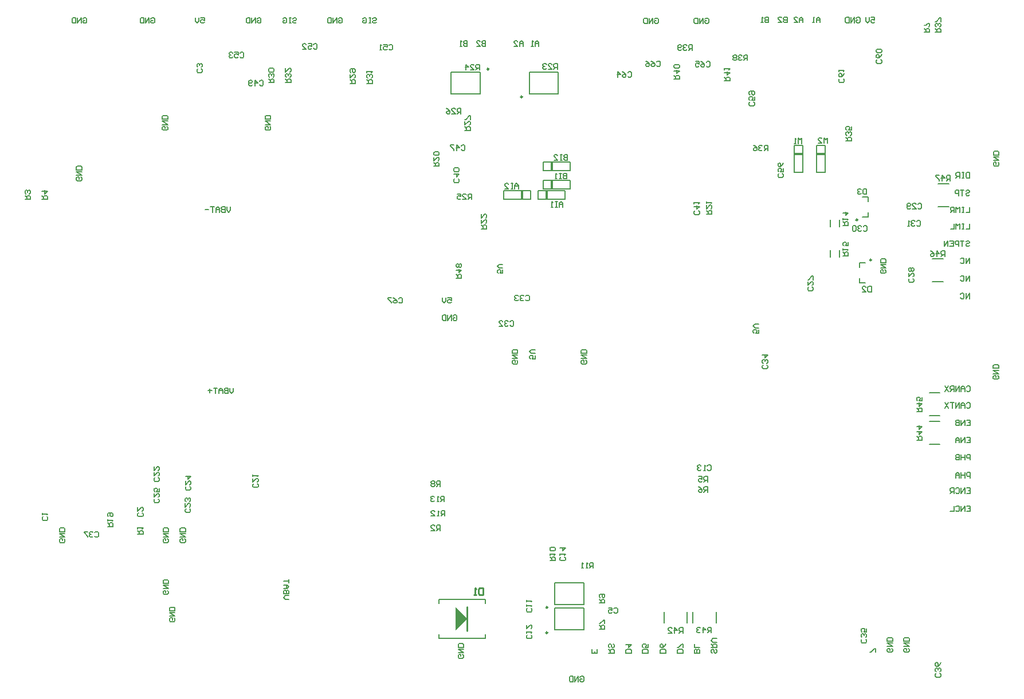
<source format=gbo>
G04*
G04 #@! TF.GenerationSoftware,Altium Limited,Altium Designer,19.0.10 (269)*
G04*
G04 Layer_Color=32896*
%FSLAX43Y43*%
%MOMM*%
G71*
G01*
G75*
%ADD10C,0.250*%
%ADD11C,0.127*%
%ADD12C,0.200*%
%ADD15C,0.180*%
%ADD16C,0.254*%
%ADD18R,0.400X1.300*%
%ADD161R,1.300X0.400*%
G36*
X120950Y62000D02*
X119200Y60250D01*
Y63750D01*
X119200D01*
X120950Y62000D01*
D02*
G37*
D10*
X178615Y121020D02*
G03*
X178615Y121020I-125J0D01*
G01*
X124125Y143300D02*
G03*
X124125Y143300I-125J0D01*
G01*
X129075Y139200D02*
G03*
X129075Y139200I-125J0D01*
G01*
X180675Y115080D02*
G03*
X180675Y115080I-125J0D01*
G01*
X132825Y63700D02*
G03*
X132825Y63700I-125J0D01*
G01*
Y59950D02*
G03*
X132825Y59950I-125J0D01*
G01*
X123250Y66550D02*
Y65550D01*
X122750D01*
X122584Y65717D01*
Y66383D01*
X122750Y66550D01*
X123250D01*
X122250Y65550D02*
X121917D01*
X122084D01*
Y66550D01*
X122250Y66383D01*
D11*
X173865Y128050D02*
Y132050D01*
X172565Y128050D02*
X173865D01*
X172565D02*
Y132050D01*
X173865D01*
X190500Y122980D02*
X192100D01*
X190500Y126380D02*
X192100D01*
X131400Y124050D02*
Y125350D01*
Y124050D02*
X135400D01*
Y125350D01*
X131400D02*
X135400D01*
X130350Y124050D02*
Y125350D01*
X126350D02*
X130350D01*
X126350Y124050D02*
Y125350D01*
Y124050D02*
X130350D01*
X132173Y128300D02*
Y129600D01*
Y128300D02*
X136173D01*
Y129600D01*
X132173D02*
X136173D01*
X132173Y125550D02*
Y126850D01*
Y125550D02*
X136173D01*
Y126850D01*
X132173D02*
X136173D01*
X169225Y132050D02*
X170525D01*
X169225Y128050D02*
Y132050D01*
Y128050D02*
X170525D01*
Y132050D01*
X189700Y115279D02*
X191300D01*
X189700Y111879D02*
X191300D01*
X189200Y95450D02*
X190800D01*
X189200Y92050D02*
X190800D01*
X189200Y91200D02*
X190800D01*
X189200Y87800D02*
X190800D01*
X157700Y61450D02*
Y63050D01*
X154300Y61450D02*
Y63050D01*
X153450Y61450D02*
Y63050D01*
X150050Y61450D02*
Y63050D01*
D12*
X116770Y64920D02*
X123630D01*
X116770Y64305D02*
Y64920D01*
X123630Y64305D02*
Y64920D01*
X116770Y59080D02*
X123630D01*
Y59695D01*
X116770Y59080D02*
Y59695D01*
X180140Y123720D02*
Y124380D01*
X179325D02*
X180140D01*
Y121460D02*
Y122120D01*
X179325Y121460D02*
X180140D01*
X175925Y115500D02*
Y116500D01*
X174575Y115500D02*
Y116500D01*
X122850Y139650D02*
Y142850D01*
X118550Y139650D02*
X122850D01*
X118550D02*
Y142850D01*
X122850D01*
X130100Y139650D02*
X134400D01*
Y142850D01*
X130100D02*
X134400D01*
X130100Y139650D02*
Y142850D01*
X174575Y120000D02*
Y121000D01*
X175925Y120000D02*
Y121000D01*
X178900Y114640D02*
X179715D01*
X178900Y113980D02*
Y114640D01*
Y111720D02*
X179715D01*
X178900D02*
Y112380D01*
X133850Y64150D02*
X138150D01*
Y67350D01*
X133850D02*
X138150D01*
X133850Y64150D02*
Y67350D01*
Y60400D02*
X138150D01*
Y63600D01*
X133850D02*
X138150D01*
X133850Y60400D02*
Y63600D01*
D15*
X181250Y57100D02*
Y57633D01*
X181116D01*
X180583Y57100D01*
X180450D01*
X195150Y109350D02*
Y110150D01*
X194617Y109350D01*
Y110150D01*
X193817Y110016D02*
X193950Y110150D01*
X194217D01*
X194350Y110016D01*
Y109483D01*
X194217Y109350D01*
X193950D01*
X193817Y109483D01*
X195150Y111950D02*
Y112750D01*
X194617Y111950D01*
Y112750D01*
X193817Y112616D02*
X193950Y112750D01*
X194217D01*
X194350Y112616D01*
Y112083D01*
X194217Y111950D01*
X193950D01*
X193817Y112083D01*
X195150Y114550D02*
Y115350D01*
X194617Y114550D01*
Y115350D01*
X193817Y115216D02*
X193950Y115350D01*
X194217D01*
X194350Y115216D01*
Y114683D01*
X194217Y114550D01*
X193950D01*
X193817Y114683D01*
X195150Y128000D02*
Y127200D01*
X194750D01*
X194617Y127333D01*
Y127866D01*
X194750Y128000D01*
X195150D01*
X194350D02*
X194084D01*
X194217D01*
Y127200D01*
X194350D01*
X194084D01*
X193684D02*
Y128000D01*
X193284D01*
X193151Y127866D01*
Y127600D01*
X193284Y127467D01*
X193684D01*
X193417D02*
X193151Y127200D01*
X194617Y125266D02*
X194750Y125400D01*
X195017D01*
X195150Y125266D01*
Y125133D01*
X195017Y125000D01*
X194750D01*
X194617Y124867D01*
Y124733D01*
X194750Y124600D01*
X195017D01*
X195150Y124733D01*
X194350Y125400D02*
X193817D01*
X194084D01*
Y124600D01*
X193551D02*
Y125400D01*
X193151D01*
X193017Y125266D01*
Y125000D01*
X193151Y124867D01*
X193551D01*
X195150Y122900D02*
Y122100D01*
X194617D01*
X194350Y122900D02*
X194084D01*
X194217D01*
Y122100D01*
X194350D01*
X194084D01*
X193684D02*
Y122900D01*
X193417Y122633D01*
X193151Y122900D01*
Y122100D01*
X192884D02*
Y122900D01*
X192484D01*
X192351Y122766D01*
Y122500D01*
X192484Y122367D01*
X192884D01*
X192617D02*
X192351Y122100D01*
X195150Y120450D02*
Y119650D01*
X194617D01*
X194350Y120450D02*
X194084D01*
X194217D01*
Y119650D01*
X194350D01*
X194084D01*
X193684D02*
Y120450D01*
X193417Y120183D01*
X193151Y120450D01*
Y119650D01*
X192884Y120450D02*
Y119650D01*
X192351D01*
X194617Y117766D02*
X194750Y117900D01*
X195017D01*
X195150Y117766D01*
Y117633D01*
X195017Y117500D01*
X194750D01*
X194617Y117367D01*
Y117233D01*
X194750Y117100D01*
X195017D01*
X195150Y117233D01*
X194350Y117900D02*
X193817D01*
X194084D01*
Y117100D01*
X193551D02*
Y117900D01*
X193151D01*
X193017Y117766D01*
Y117500D01*
X193151Y117367D01*
X193551D01*
X192218Y117900D02*
X192751D01*
Y117100D01*
X192218D01*
X192751Y117500D02*
X192484D01*
X191951Y117100D02*
Y117900D01*
X191418Y117100D01*
Y117900D01*
X194717Y96316D02*
X194850Y96450D01*
X195117D01*
X195250Y96316D01*
Y95783D01*
X195117Y95650D01*
X194850D01*
X194717Y95783D01*
X194450Y95650D02*
Y96183D01*
X194184Y96450D01*
X193917Y96183D01*
Y95650D01*
Y96050D01*
X194450D01*
X193651Y95650D02*
Y96450D01*
X193117Y95650D01*
Y96450D01*
X192851Y95650D02*
Y96450D01*
X192451D01*
X192318Y96316D01*
Y96050D01*
X192451Y95917D01*
X192851D01*
X192584D02*
X192318Y95650D01*
X192051Y96450D02*
X191518Y95650D01*
Y96450D02*
X192051Y95650D01*
X194717Y93866D02*
X194850Y94000D01*
X195117D01*
X195250Y93866D01*
Y93333D01*
X195117Y93200D01*
X194850D01*
X194717Y93333D01*
X194450Y93200D02*
Y93733D01*
X194184Y94000D01*
X193917Y93733D01*
Y93200D01*
Y93600D01*
X194450D01*
X193651Y93200D02*
Y94000D01*
X193117Y93200D01*
Y94000D01*
X192851D02*
X192318D01*
X192584D01*
Y93200D01*
X192051Y94000D02*
X191518Y93200D01*
Y94000D02*
X192051Y93200D01*
X194717Y91400D02*
X195250D01*
Y90600D01*
X194717D01*
X195250Y91000D02*
X194983D01*
X194450Y90600D02*
Y91400D01*
X193917Y90600D01*
Y91400D01*
X193651D02*
Y90600D01*
X193251D01*
X193117Y90733D01*
Y90867D01*
X193251Y91000D01*
X193651D01*
X193251D01*
X193117Y91133D01*
Y91266D01*
X193251Y91400D01*
X193651D01*
X194717Y88850D02*
X195250D01*
Y88050D01*
X194717D01*
X195250Y88450D02*
X194983D01*
X194450Y88050D02*
Y88850D01*
X193917Y88050D01*
Y88850D01*
X193651Y88050D02*
Y88583D01*
X193384Y88850D01*
X193117Y88583D01*
Y88050D01*
Y88450D01*
X193651D01*
X195250Y85500D02*
Y86300D01*
X194850D01*
X194717Y86166D01*
Y85900D01*
X194850Y85767D01*
X195250D01*
X194450Y86300D02*
Y85500D01*
Y85900D01*
X193917D01*
Y86300D01*
Y85500D01*
X193651Y86300D02*
Y85500D01*
X193251D01*
X193117Y85633D01*
Y85767D01*
X193251Y85900D01*
X193651D01*
X193251D01*
X193117Y86033D01*
Y86166D01*
X193251Y86300D01*
X193651D01*
X195250Y82850D02*
Y83650D01*
X194850D01*
X194717Y83516D01*
Y83250D01*
X194850Y83117D01*
X195250D01*
X194450Y83650D02*
Y82850D01*
Y83250D01*
X193917D01*
Y83650D01*
Y82850D01*
X193651D02*
Y83383D01*
X193384Y83650D01*
X193117Y83383D01*
Y82850D01*
Y83250D01*
X193651D01*
X194717Y81350D02*
X195250D01*
Y80550D01*
X194717D01*
X195250Y80950D02*
X194983D01*
X194450Y80550D02*
Y81350D01*
X193917Y80550D01*
Y81350D01*
X193117Y81216D02*
X193251Y81350D01*
X193517D01*
X193651Y81216D01*
Y80683D01*
X193517Y80550D01*
X193251D01*
X193117Y80683D01*
X192851Y80550D02*
Y81350D01*
X192451D01*
X192318Y81216D01*
Y80950D01*
X192451Y80817D01*
X192851D01*
X192584D02*
X192318Y80550D01*
X194717Y78700D02*
X195250D01*
Y77900D01*
X194717D01*
X195250Y78300D02*
X194983D01*
X194450Y77900D02*
Y78700D01*
X193917Y77900D01*
Y78700D01*
X193117Y78566D02*
X193251Y78700D01*
X193517D01*
X193651Y78566D01*
Y78033D01*
X193517Y77900D01*
X193251D01*
X193117Y78033D01*
X192851Y78700D02*
Y77900D01*
X192318D01*
X140150Y57483D02*
Y56950D01*
X139350D01*
Y57483D01*
X139750Y56950D02*
Y57217D01*
X141850Y56950D02*
X142650D01*
Y57350D01*
X142516Y57483D01*
X142250D01*
X142117Y57350D01*
Y56950D01*
Y57217D02*
X141850Y57483D01*
X142516Y58283D02*
X142650Y58150D01*
Y57883D01*
X142516Y57750D01*
X142383D01*
X142250Y57883D01*
Y58150D01*
X142117Y58283D01*
X141983D01*
X141850Y58150D01*
Y57883D01*
X141983Y57750D01*
X145200Y56950D02*
X144400D01*
Y57350D01*
X144533Y57483D01*
X145066D01*
X145200Y57350D01*
Y56950D01*
X144400Y58150D02*
X145200D01*
X144800Y57750D01*
Y58283D01*
X147650Y56950D02*
X146850D01*
Y57350D01*
X146983Y57483D01*
X147516D01*
X147650Y57350D01*
Y56950D01*
Y58283D02*
Y57750D01*
X147250D01*
X147383Y58016D01*
Y58150D01*
X147250Y58283D01*
X146983D01*
X146850Y58150D01*
Y57883D01*
X146983Y57750D01*
X150250Y56950D02*
X149450D01*
Y57350D01*
X149583Y57483D01*
X150116D01*
X150250Y57350D01*
Y56950D01*
Y58283D02*
X150116Y58016D01*
X149850Y57750D01*
X149583D01*
X149450Y57883D01*
Y58150D01*
X149583Y58283D01*
X149717D01*
X149850Y58150D01*
Y57750D01*
X152800Y56950D02*
X152000D01*
Y57350D01*
X152133Y57483D01*
X152666D01*
X152800Y57350D01*
Y56950D01*
Y57750D02*
Y58283D01*
X152666D01*
X152133Y57750D01*
X152000D01*
X155300Y56950D02*
X154500D01*
Y57350D01*
X154633Y57483D01*
X154767D01*
X154900Y57350D01*
Y56950D01*
Y57350D01*
X155033Y57483D01*
X155166D01*
X155300Y57350D01*
Y56950D01*
Y57750D02*
X154500D01*
Y58283D01*
X157666Y57483D02*
X157800Y57350D01*
Y57083D01*
X157666Y56950D01*
X157533D01*
X157400Y57083D01*
Y57350D01*
X157267Y57483D01*
X157133D01*
X157000Y57350D01*
Y57083D01*
X157133Y56950D01*
X157000Y57750D02*
X157800D01*
Y58150D01*
X157666Y58283D01*
X157400D01*
X157267Y58150D01*
Y57750D01*
Y58016D02*
X157000Y58283D01*
X157800Y58549D02*
X157267D01*
X157000Y58816D01*
X157267Y59083D01*
X157800D01*
X94600Y64900D02*
X94067D01*
X93800Y65167D01*
X94067Y65433D01*
X94600D01*
Y65700D02*
X93800D01*
Y66100D01*
X93933Y66233D01*
X94067D01*
X94200Y66100D01*
Y65700D01*
Y66100D01*
X94333Y66233D01*
X94466D01*
X94600Y66100D01*
Y65700D01*
X93800Y66499D02*
X94333D01*
X94600Y66766D01*
X94333Y67033D01*
X93800D01*
X94200D01*
Y66499D01*
X94600Y67299D02*
Y67832D01*
Y67566D01*
X93800D01*
X61366Y73833D02*
X61500Y73700D01*
Y73433D01*
X61366Y73300D01*
X60833D01*
X60700Y73433D01*
Y73700D01*
X60833Y73833D01*
X61100D01*
Y73567D01*
X60700Y74100D02*
X61500D01*
X60700Y74633D01*
X61500D01*
Y74899D02*
X60700D01*
Y75299D01*
X60833Y75433D01*
X61366D01*
X61500Y75299D01*
Y74899D01*
X85950Y122950D02*
Y122417D01*
X85683Y122150D01*
X85417Y122417D01*
Y122950D01*
X85150D02*
Y122150D01*
X84750D01*
X84617Y122283D01*
Y122417D01*
X84750Y122550D01*
X85150D01*
X84750D01*
X84617Y122683D01*
Y122816D01*
X84750Y122950D01*
X85150D01*
X84351Y122150D02*
Y122683D01*
X84084Y122950D01*
X83817Y122683D01*
Y122150D01*
Y122550D01*
X84351D01*
X83551Y122950D02*
X83018D01*
X83284D01*
Y122150D01*
X82751Y122550D02*
X82218D01*
X86400Y96150D02*
Y95617D01*
X86133Y95350D01*
X85867Y95617D01*
Y96150D01*
X85600D02*
Y95350D01*
X85200D01*
X85067Y95483D01*
Y95617D01*
X85200Y95750D01*
X85600D01*
X85200D01*
X85067Y95883D01*
Y96016D01*
X85200Y96150D01*
X85600D01*
X84801Y95350D02*
Y95883D01*
X84534Y96150D01*
X84267Y95883D01*
Y95350D01*
Y95750D01*
X84801D01*
X84001Y96150D02*
X83468D01*
X83734D01*
Y95350D01*
X83201Y95750D02*
X82668D01*
X82934Y96016D02*
Y95483D01*
X95167Y150766D02*
X95300Y150900D01*
X95567D01*
X95700Y150766D01*
Y150633D01*
X95567Y150500D01*
X95300D01*
X95167Y150367D01*
Y150233D01*
X95300Y150100D01*
X95567D01*
X95700Y150233D01*
X94900Y150900D02*
X94634D01*
X94767D01*
Y150100D01*
X94900D01*
X94634D01*
X93701Y150766D02*
X93834Y150900D01*
X94101D01*
X94234Y150766D01*
Y150233D01*
X94101Y150100D01*
X93834D01*
X93701Y150233D01*
Y150500D01*
X93967D01*
X106967Y150766D02*
X107100Y150900D01*
X107367D01*
X107500Y150766D01*
Y150633D01*
X107367Y150500D01*
X107100D01*
X106967Y150367D01*
Y150233D01*
X107100Y150100D01*
X107367D01*
X107500Y150233D01*
X106700Y150900D02*
X106434D01*
X106567D01*
Y150100D01*
X106700D01*
X106434D01*
X105501Y150766D02*
X105634Y150900D01*
X105901D01*
X106034Y150766D01*
Y150233D01*
X105901Y150100D01*
X105634D01*
X105501Y150233D01*
Y150500D01*
X105767D01*
X120950Y147500D02*
Y146700D01*
X120550D01*
X120417Y146833D01*
Y146967D01*
X120550Y147100D01*
X120950D01*
X120550D01*
X120417Y147233D01*
Y147366D01*
X120550Y147500D01*
X120950D01*
X120150Y146700D02*
X119884D01*
X120017D01*
Y147500D01*
X120150Y147366D01*
X123650Y147500D02*
Y146700D01*
X123250D01*
X123117Y146833D01*
Y146967D01*
X123250Y147100D01*
X123650D01*
X123250D01*
X123117Y147233D01*
Y147366D01*
X123250Y147500D01*
X123650D01*
X122317Y146700D02*
X122850D01*
X122317Y147233D01*
Y147366D01*
X122450Y147500D01*
X122717D01*
X122850Y147366D01*
X129200Y146700D02*
Y147233D01*
X128933Y147500D01*
X128667Y147233D01*
Y146700D01*
Y147100D01*
X129200D01*
X127867Y146700D02*
X128400D01*
X127867Y147233D01*
Y147366D01*
X128000Y147500D01*
X128267D01*
X128400Y147366D01*
X131500Y146700D02*
Y147233D01*
X131233Y147500D01*
X130967Y147233D01*
Y146700D01*
Y147100D01*
X131500D01*
X130700Y146700D02*
X130434D01*
X130567D01*
Y147500D01*
X130700Y147366D01*
X173050Y150200D02*
Y150733D01*
X172783Y151000D01*
X172517Y150733D01*
Y150200D01*
Y150600D01*
X173050D01*
X172250Y150200D02*
X171984D01*
X172117D01*
Y151000D01*
X172250Y150866D01*
X170550Y150200D02*
Y150733D01*
X170283Y151000D01*
X170017Y150733D01*
Y150200D01*
Y150600D01*
X170550D01*
X169217Y150200D02*
X169750D01*
X169217Y150733D01*
Y150866D01*
X169350Y151000D01*
X169617D01*
X169750Y150866D01*
X168200Y151000D02*
Y150200D01*
X167800D01*
X167667Y150333D01*
Y150467D01*
X167800Y150600D01*
X168200D01*
X167800D01*
X167667Y150733D01*
Y150866D01*
X167800Y151000D01*
X168200D01*
X166867Y150200D02*
X167400D01*
X166867Y150733D01*
Y150866D01*
X167000Y151000D01*
X167267D01*
X167400Y150866D01*
X165450Y151000D02*
Y150200D01*
X165050D01*
X164917Y150333D01*
Y150467D01*
X165050Y150600D01*
X165450D01*
X165050D01*
X164917Y150733D01*
Y150866D01*
X165050Y151000D01*
X165450D01*
X164650Y150200D02*
X164384D01*
X164517D01*
Y151000D01*
X164650Y150866D01*
X180617Y150950D02*
X181150D01*
Y150550D01*
X180883Y150683D01*
X180750D01*
X180617Y150550D01*
Y150283D01*
X180750Y150150D01*
X181017D01*
X181150Y150283D01*
X180350Y150950D02*
Y150417D01*
X180084Y150150D01*
X179817Y150417D01*
Y150950D01*
X81567Y150900D02*
X82100D01*
Y150500D01*
X81833Y150633D01*
X81700D01*
X81567Y150500D01*
Y150233D01*
X81700Y150100D01*
X81967D01*
X82100Y150233D01*
X81300Y150900D02*
Y150367D01*
X81034Y150100D01*
X80767Y150367D01*
Y150900D01*
X126200Y113633D02*
Y113100D01*
X125800D01*
X125933Y113367D01*
Y113500D01*
X125800Y113633D01*
X125533D01*
X125400Y113500D01*
Y113233D01*
X125533Y113100D01*
X126200Y113900D02*
X125667D01*
X125400Y114166D01*
X125667Y114433D01*
X126200D01*
X118867Y106816D02*
X119000Y106950D01*
X119267D01*
X119400Y106816D01*
Y106283D01*
X119267Y106150D01*
X119000D01*
X118867Y106283D01*
Y106550D01*
X119133D01*
X118600Y106150D02*
Y106950D01*
X118067Y106150D01*
Y106950D01*
X117801D02*
Y106150D01*
X117401D01*
X117267Y106283D01*
Y106816D01*
X117401Y106950D01*
X117801D01*
X118067Y109500D02*
X118600D01*
Y109100D01*
X118333Y109233D01*
X118200D01*
X118067Y109100D01*
Y108833D01*
X118200Y108700D01*
X118467D01*
X118600Y108833D01*
X117800Y109500D02*
Y108967D01*
X117534Y108700D01*
X117267Y108967D01*
Y109500D01*
X130950Y100983D02*
Y100450D01*
X130550D01*
X130683Y100717D01*
Y100850D01*
X130550Y100983D01*
X130283D01*
X130150Y100850D01*
Y100583D01*
X130283Y100450D01*
X130950Y101250D02*
X130417D01*
X130150Y101516D01*
X130417Y101783D01*
X130950D01*
X164000Y104783D02*
Y104250D01*
X163600D01*
X163733Y104517D01*
Y104650D01*
X163600Y104783D01*
X163333D01*
X163200Y104650D01*
Y104383D01*
X163333Y104250D01*
X164000Y105050D02*
X163467D01*
X163200Y105316D01*
X163467Y105583D01*
X164000D01*
X138466Y100233D02*
X138600Y100100D01*
Y99833D01*
X138466Y99700D01*
X137933D01*
X137800Y99833D01*
Y100100D01*
X137933Y100233D01*
X138200D01*
Y99967D01*
X137800Y100500D02*
X138600D01*
X137800Y101033D01*
X138600D01*
Y101299D02*
X137800D01*
Y101699D01*
X137933Y101833D01*
X138466D01*
X138600Y101699D01*
Y101299D01*
X128266Y100233D02*
X128400Y100100D01*
Y99833D01*
X128266Y99700D01*
X127733D01*
X127600Y99833D01*
Y100100D01*
X127733Y100233D01*
X128000D01*
Y99967D01*
X127600Y100500D02*
X128400D01*
X127600Y101033D01*
X128400D01*
Y101299D02*
X127600D01*
Y101699D01*
X127733Y101833D01*
X128266D01*
X128400Y101699D01*
Y101299D01*
X182666Y113633D02*
X182800Y113500D01*
Y113233D01*
X182666Y113100D01*
X182133D01*
X182000Y113233D01*
Y113500D01*
X182133Y113633D01*
X182400D01*
Y113367D01*
X182000Y113900D02*
X182800D01*
X182000Y114433D01*
X182800D01*
Y114699D02*
X182000D01*
Y115099D01*
X182133Y115233D01*
X182666D01*
X182800Y115099D01*
Y114699D01*
X199366Y129533D02*
X199500Y129400D01*
Y129133D01*
X199366Y129000D01*
X198833D01*
X198700Y129133D01*
Y129400D01*
X198833Y129533D01*
X199100D01*
Y129267D01*
X198700Y129800D02*
X199500D01*
X198700Y130333D01*
X199500D01*
Y130599D02*
X198700D01*
Y130999D01*
X198833Y131133D01*
X199366D01*
X199500Y130999D01*
Y130599D01*
X199316Y97983D02*
X199450Y97850D01*
Y97583D01*
X199316Y97450D01*
X198783D01*
X198650Y97583D01*
Y97850D01*
X198783Y97983D01*
X199050D01*
Y97717D01*
X198650Y98250D02*
X199450D01*
X198650Y98783D01*
X199450D01*
Y99049D02*
X198650D01*
Y99449D01*
X198783Y99583D01*
X199316D01*
X199450Y99449D01*
Y99049D01*
X186116Y57633D02*
X186250Y57500D01*
Y57233D01*
X186116Y57100D01*
X185583D01*
X185450Y57233D01*
Y57500D01*
X185583Y57633D01*
X185850D01*
Y57367D01*
X185450Y57900D02*
X186250D01*
X185450Y58433D01*
X186250D01*
Y58699D02*
X185450D01*
Y59099D01*
X185583Y59233D01*
X186116D01*
X186250Y59099D01*
Y58699D01*
X183666Y57633D02*
X183800Y57500D01*
Y57233D01*
X183666Y57100D01*
X183133D01*
X183000Y57233D01*
Y57500D01*
X183133Y57633D01*
X183400D01*
Y57367D01*
X183000Y57900D02*
X183800D01*
X183000Y58433D01*
X183800D01*
Y58699D02*
X183000D01*
Y59099D01*
X183133Y59233D01*
X183666D01*
X183800Y59099D01*
Y58699D01*
X137627Y53366D02*
X137760Y53500D01*
X138027D01*
X138160Y53366D01*
Y52833D01*
X138027Y52700D01*
X137760D01*
X137627Y52833D01*
Y53100D01*
X137893D01*
X137360Y52700D02*
Y53500D01*
X136827Y52700D01*
Y53500D01*
X136561D02*
Y52700D01*
X136161D01*
X136027Y52833D01*
Y53366D01*
X136161Y53500D01*
X136561D01*
X120266Y56733D02*
X120400Y56600D01*
Y56333D01*
X120266Y56200D01*
X119733D01*
X119600Y56333D01*
Y56600D01*
X119733Y56733D01*
X120000D01*
Y56467D01*
X119600Y57000D02*
X120400D01*
X119600Y57533D01*
X120400D01*
Y57799D02*
X119600D01*
Y58199D01*
X119733Y58333D01*
X120266D01*
X120400Y58199D01*
Y57799D01*
X77616Y62133D02*
X77750Y62000D01*
Y61733D01*
X77616Y61600D01*
X77083D01*
X76950Y61733D01*
Y62000D01*
X77083Y62133D01*
X77350D01*
Y61867D01*
X76950Y62400D02*
X77750D01*
X76950Y62933D01*
X77750D01*
Y63199D02*
X76950D01*
Y63599D01*
X77083Y63733D01*
X77616D01*
X77750Y63599D01*
Y63199D01*
X76666Y66183D02*
X76800Y66050D01*
Y65783D01*
X76666Y65650D01*
X76133D01*
X76000Y65783D01*
Y66050D01*
X76133Y66183D01*
X76400D01*
Y65917D01*
X76000Y66450D02*
X76800D01*
X76000Y66983D01*
X76800D01*
Y67249D02*
X76000D01*
Y67649D01*
X76133Y67783D01*
X76666D01*
X76800Y67649D01*
Y67249D01*
X76666Y73833D02*
X76800Y73700D01*
Y73433D01*
X76666Y73300D01*
X76133D01*
X76000Y73433D01*
Y73700D01*
X76133Y73833D01*
X76400D01*
Y73567D01*
X76000Y74100D02*
X76800D01*
X76000Y74633D01*
X76800D01*
Y74899D02*
X76000D01*
Y75299D01*
X76133Y75433D01*
X76666D01*
X76800Y75299D01*
Y74899D01*
X79166Y73833D02*
X79300Y73700D01*
Y73433D01*
X79166Y73300D01*
X78633D01*
X78500Y73433D01*
Y73700D01*
X78633Y73833D01*
X78900D01*
Y73567D01*
X78500Y74100D02*
X79300D01*
X78500Y74633D01*
X79300D01*
Y74899D02*
X78500D01*
Y75299D01*
X78633Y75433D01*
X79166D01*
X79300Y75299D01*
Y74899D01*
X91766Y134833D02*
X91900Y134700D01*
Y134433D01*
X91766Y134300D01*
X91233D01*
X91100Y134433D01*
Y134700D01*
X91233Y134833D01*
X91500D01*
Y134567D01*
X91100Y135100D02*
X91900D01*
X91100Y135633D01*
X91900D01*
Y135899D02*
X91100D01*
Y136299D01*
X91233Y136433D01*
X91766D01*
X91900Y136299D01*
Y135899D01*
X76566Y134833D02*
X76700Y134700D01*
Y134433D01*
X76566Y134300D01*
X76033D01*
X75900Y134433D01*
Y134700D01*
X76033Y134833D01*
X76300D01*
Y134567D01*
X75900Y135100D02*
X76700D01*
X75900Y135633D01*
X76700D01*
Y135899D02*
X75900D01*
Y136299D01*
X76033Y136433D01*
X76566D01*
X76700Y136299D01*
Y135899D01*
X63866Y127333D02*
X64000Y127200D01*
Y126933D01*
X63866Y126800D01*
X63333D01*
X63200Y126933D01*
Y127200D01*
X63333Y127333D01*
X63600D01*
Y127067D01*
X63200Y127600D02*
X64000D01*
X63200Y128133D01*
X64000D01*
Y128399D02*
X63200D01*
Y128799D01*
X63333Y128933D01*
X63866D01*
X64000Y128799D01*
Y128399D01*
X64167Y150766D02*
X64300Y150900D01*
X64567D01*
X64700Y150766D01*
Y150233D01*
X64567Y150100D01*
X64300D01*
X64167Y150233D01*
Y150500D01*
X64433D01*
X63900Y150100D02*
Y150900D01*
X63367Y150100D01*
Y150900D01*
X63101D02*
Y150100D01*
X62701D01*
X62567Y150233D01*
Y150766D01*
X62701Y150900D01*
X63101D01*
X74217Y150766D02*
X74350Y150900D01*
X74617D01*
X74750Y150766D01*
Y150233D01*
X74617Y150100D01*
X74350D01*
X74217Y150233D01*
Y150500D01*
X74483D01*
X73950Y150100D02*
Y150900D01*
X73417Y150100D01*
Y150900D01*
X73151D02*
Y150100D01*
X72751D01*
X72617Y150233D01*
Y150766D01*
X72751Y150900D01*
X73151D01*
X89917Y150766D02*
X90050Y150900D01*
X90317D01*
X90450Y150766D01*
Y150233D01*
X90317Y150100D01*
X90050D01*
X89917Y150233D01*
Y150500D01*
X90183D01*
X89650Y150100D02*
Y150900D01*
X89117Y150100D01*
Y150900D01*
X88851D02*
Y150100D01*
X88451D01*
X88317Y150233D01*
Y150766D01*
X88451Y150900D01*
X88851D01*
X101917Y150766D02*
X102050Y150900D01*
X102317D01*
X102450Y150766D01*
Y150233D01*
X102317Y150100D01*
X102050D01*
X101917Y150233D01*
Y150500D01*
X102183D01*
X101650Y150100D02*
Y150900D01*
X101117Y150100D01*
Y150900D01*
X100851D02*
Y150100D01*
X100451D01*
X100317Y150233D01*
Y150766D01*
X100451Y150900D01*
X100851D01*
X148617Y150716D02*
X148750Y150850D01*
X149017D01*
X149150Y150716D01*
Y150183D01*
X149017Y150050D01*
X148750D01*
X148617Y150183D01*
Y150450D01*
X148883D01*
X148350Y150050D02*
Y150850D01*
X147817Y150050D01*
Y150850D01*
X147551D02*
Y150050D01*
X147151D01*
X147017Y150183D01*
Y150716D01*
X147151Y150850D01*
X147551D01*
X156067Y150716D02*
X156200Y150850D01*
X156467D01*
X156600Y150716D01*
Y150183D01*
X156467Y150050D01*
X156200D01*
X156067Y150183D01*
Y150450D01*
X156333D01*
X155800Y150050D02*
Y150850D01*
X155267Y150050D01*
Y150850D01*
X155001D02*
Y150050D01*
X154601D01*
X154467Y150183D01*
Y150716D01*
X154601Y150850D01*
X155001D01*
X178417Y150816D02*
X178550Y150950D01*
X178817D01*
X178950Y150816D01*
Y150283D01*
X178817Y150150D01*
X178550D01*
X178417Y150283D01*
Y150550D01*
X178683D01*
X178150Y150150D02*
Y150950D01*
X177617Y150150D01*
Y150950D01*
X177351D02*
Y150150D01*
X176951D01*
X176817Y150283D01*
Y150816D01*
X176951Y150950D01*
X177351D01*
X188450Y148750D02*
X189250D01*
Y149150D01*
X189116Y149283D01*
X188850D01*
X188717Y149150D01*
Y148750D01*
Y149017D02*
X188450Y149283D01*
X189116Y149550D02*
X189250Y149683D01*
Y149950D01*
X189116Y150083D01*
X188983D01*
X188717Y149816D01*
X188583D02*
X188450D01*
X119300Y112400D02*
X120100D01*
Y112800D01*
X119966Y112933D01*
X119700D01*
X119567Y112800D01*
Y112400D01*
Y112667D02*
X119300Y112933D01*
Y113600D02*
X120100D01*
X119700Y113200D01*
Y113733D01*
X119966Y113999D02*
X120100Y114133D01*
Y114399D01*
X119966Y114533D01*
X119833D01*
X119700Y114399D01*
X119567Y114533D01*
X119433D01*
X119300Y114399D01*
Y114133D01*
X119433Y113999D01*
X119567D01*
X119700Y114133D01*
X119833Y113999D01*
X119966D01*
X119700Y114133D02*
Y114399D01*
X110817Y109366D02*
X110950Y109500D01*
X111217D01*
X111350Y109366D01*
Y108833D01*
X111217Y108700D01*
X110950D01*
X110817Y108833D01*
X110017Y109500D02*
X110284Y109366D01*
X110550Y109100D01*
Y108833D01*
X110417Y108700D01*
X110150D01*
X110017Y108833D01*
Y108967D01*
X110150Y109100D01*
X110550D01*
X109751Y109500D02*
X109217D01*
Y109366D01*
X109751Y108833D01*
Y108700D01*
X192300Y126800D02*
Y127600D01*
X191900D01*
X191767Y127466D01*
Y127200D01*
X191900Y127067D01*
X192300D01*
X192033D02*
X191767Y126800D01*
X191100D02*
Y127600D01*
X191500Y127200D01*
X190967D01*
X190701Y127600D02*
X190167D01*
Y127466D01*
X190701Y126933D01*
Y126800D01*
X191500Y115600D02*
Y116400D01*
X191100D01*
X190967Y116266D01*
Y116000D01*
X191100Y115867D01*
X191500D01*
X191233D02*
X190967Y115600D01*
X190300D02*
Y116400D01*
X190700Y116000D01*
X190167D01*
X189367Y116400D02*
X189634Y116266D01*
X189901Y116000D01*
Y115733D01*
X189767Y115600D01*
X189501D01*
X189367Y115733D01*
Y115867D01*
X189501Y116000D01*
X189901D01*
X187350Y92650D02*
X188150D01*
Y93050D01*
X188016Y93183D01*
X187750D01*
X187617Y93050D01*
Y92650D01*
Y92917D02*
X187350Y93183D01*
Y93850D02*
X188150D01*
X187750Y93450D01*
Y93983D01*
X188150Y94783D02*
Y94249D01*
X187750D01*
X187883Y94516D01*
Y94649D01*
X187750Y94783D01*
X187483D01*
X187350Y94649D01*
Y94383D01*
X187483Y94249D01*
X157000Y59950D02*
Y60750D01*
X156600D01*
X156467Y60616D01*
Y60350D01*
X156600Y60217D01*
X157000D01*
X156733D02*
X156467Y59950D01*
X155800D02*
Y60750D01*
X156200Y60350D01*
X155667D01*
X155401Y60616D02*
X155267Y60750D01*
X155001D01*
X154867Y60616D01*
Y60483D01*
X155001Y60350D01*
X155134D01*
X155001D01*
X154867Y60217D01*
Y60083D01*
X155001Y59950D01*
X155267D01*
X155401Y60083D01*
X187350Y88450D02*
X188150D01*
Y88850D01*
X188016Y88983D01*
X187750D01*
X187617Y88850D01*
Y88450D01*
Y88717D02*
X187350Y88983D01*
Y89650D02*
X188150D01*
X187750Y89250D01*
Y89783D01*
X187350Y90449D02*
X188150D01*
X187750Y90049D01*
Y90583D01*
X152800Y59900D02*
Y60700D01*
X152400D01*
X152267Y60566D01*
Y60300D01*
X152400Y60167D01*
X152800D01*
X152533D02*
X152267Y59900D01*
X151600D02*
Y60700D01*
X152000Y60300D01*
X151467D01*
X150667Y59900D02*
X151201D01*
X150667Y60433D01*
Y60566D01*
X150801Y60700D01*
X151067D01*
X151201Y60566D01*
X158950Y141600D02*
X159750D01*
Y142000D01*
X159616Y142133D01*
X159350D01*
X159217Y142000D01*
Y141600D01*
Y141867D02*
X158950Y142133D01*
Y142800D02*
X159750D01*
X159350Y142400D01*
Y142933D01*
X158950Y143199D02*
Y143466D01*
Y143333D01*
X159750D01*
X159616Y143199D01*
X151500Y141850D02*
X152300D01*
Y142250D01*
X152166Y142383D01*
X151900D01*
X151767Y142250D01*
Y141850D01*
Y142117D02*
X151500Y142383D01*
Y143050D02*
X152300D01*
X151900Y142650D01*
Y143183D01*
X152166Y143449D02*
X152300Y143583D01*
Y143849D01*
X152166Y143983D01*
X151633D01*
X151500Y143849D01*
Y143583D01*
X151633Y143449D01*
X152166D01*
X154200Y146100D02*
Y146900D01*
X153800D01*
X153667Y146766D01*
Y146500D01*
X153800Y146367D01*
X154200D01*
X153933D02*
X153667Y146100D01*
X153400Y146766D02*
X153267Y146900D01*
X153000D01*
X152867Y146766D01*
Y146633D01*
X153000Y146500D01*
X153134D01*
X153000D01*
X152867Y146367D01*
Y146233D01*
X153000Y146100D01*
X153267D01*
X153400Y146233D01*
X152601D02*
X152467Y146100D01*
X152201D01*
X152067Y146233D01*
Y146766D01*
X152201Y146900D01*
X152467D01*
X152601Y146766D01*
Y146633D01*
X152467Y146500D01*
X152067D01*
X162350Y144600D02*
Y145400D01*
X161950D01*
X161817Y145266D01*
Y145000D01*
X161950Y144867D01*
X162350D01*
X162083D02*
X161817Y144600D01*
X161550Y145266D02*
X161417Y145400D01*
X161150D01*
X161017Y145266D01*
Y145133D01*
X161150Y145000D01*
X161284D01*
X161150D01*
X161017Y144867D01*
Y144733D01*
X161150Y144600D01*
X161417D01*
X161550Y144733D01*
X160751Y145266D02*
X160617Y145400D01*
X160351D01*
X160217Y145266D01*
Y145133D01*
X160351Y145000D01*
X160217Y144867D01*
Y144733D01*
X160351Y144600D01*
X160617D01*
X160751Y144733D01*
Y144867D01*
X160617Y145000D01*
X160751Y145133D01*
Y145266D01*
X160617Y145000D02*
X160351D01*
X190100Y148750D02*
X190900D01*
Y149150D01*
X190766Y149283D01*
X190500D01*
X190367Y149150D01*
Y148750D01*
Y149017D02*
X190100Y149283D01*
X190766Y149550D02*
X190900Y149683D01*
Y149950D01*
X190766Y150083D01*
X190633D01*
X190500Y149950D01*
Y149816D01*
Y149950D01*
X190367Y150083D01*
X190233D01*
X190100Y149950D01*
Y149683D01*
X190233Y149550D01*
X190900Y150349D02*
Y150883D01*
X190766D01*
X190233Y150349D01*
X190100D01*
X176900Y132700D02*
X177700D01*
Y133100D01*
X177566Y133233D01*
X177300D01*
X177167Y133100D01*
Y132700D01*
Y132967D02*
X176900Y133233D01*
X177566Y133500D02*
X177700Y133633D01*
Y133900D01*
X177566Y134033D01*
X177433D01*
X177300Y133900D01*
Y133766D01*
Y133900D01*
X177167Y134033D01*
X177033D01*
X176900Y133900D01*
Y133633D01*
X177033Y133500D01*
X177700Y134833D02*
Y134299D01*
X177300D01*
X177433Y134566D01*
Y134699D01*
X177300Y134833D01*
X177033D01*
X176900Y134699D01*
Y134433D01*
X177033Y134299D01*
X94100Y141300D02*
X94900D01*
Y141700D01*
X94766Y141833D01*
X94500D01*
X94367Y141700D01*
Y141300D01*
Y141567D02*
X94100Y141833D01*
X94766Y142100D02*
X94900Y142233D01*
Y142500D01*
X94766Y142633D01*
X94633D01*
X94500Y142500D01*
Y142366D01*
Y142500D01*
X94367Y142633D01*
X94233D01*
X94100Y142500D01*
Y142233D01*
X94233Y142100D01*
X94100Y143433D02*
Y142899D01*
X94633Y143433D01*
X94766D01*
X94900Y143299D01*
Y143033D01*
X94766Y142899D01*
X106100Y141200D02*
X106900D01*
Y141600D01*
X106766Y141733D01*
X106500D01*
X106367Y141600D01*
Y141200D01*
Y141467D02*
X106100Y141733D01*
X106766Y142000D02*
X106900Y142133D01*
Y142400D01*
X106766Y142533D01*
X106633D01*
X106500Y142400D01*
Y142266D01*
Y142400D01*
X106367Y142533D01*
X106233D01*
X106100Y142400D01*
Y142133D01*
X106233Y142000D01*
X106100Y142799D02*
Y143066D01*
Y142933D01*
X106900D01*
X106766Y142799D01*
X91600Y141300D02*
X92400D01*
Y141700D01*
X92266Y141833D01*
X92000D01*
X91867Y141700D01*
Y141300D01*
Y141567D02*
X91600Y141833D01*
X92266Y142100D02*
X92400Y142233D01*
Y142500D01*
X92266Y142633D01*
X92133D01*
X92000Y142500D01*
Y142366D01*
Y142500D01*
X91867Y142633D01*
X91733D01*
X91600Y142500D01*
Y142233D01*
X91733Y142100D01*
X92266Y142899D02*
X92400Y143033D01*
Y143299D01*
X92266Y143433D01*
X91733D01*
X91600Y143299D01*
Y143033D01*
X91733Y142899D01*
X92266D01*
X103600Y141200D02*
X104400D01*
Y141600D01*
X104266Y141733D01*
X104000D01*
X103867Y141600D01*
Y141200D01*
Y141467D02*
X103600Y141733D01*
Y142533D02*
Y142000D01*
X104133Y142533D01*
X104266D01*
X104400Y142400D01*
Y142133D01*
X104266Y142000D01*
X103733Y142799D02*
X103600Y142933D01*
Y143199D01*
X103733Y143333D01*
X104266D01*
X104400Y143199D01*
Y142933D01*
X104266Y142799D01*
X104133D01*
X104000Y142933D01*
Y143333D01*
X120600Y134250D02*
X121400D01*
Y134650D01*
X121266Y134783D01*
X121000D01*
X120867Y134650D01*
Y134250D01*
Y134517D02*
X120600Y134783D01*
Y135583D02*
Y135050D01*
X121133Y135583D01*
X121266D01*
X121400Y135450D01*
Y135183D01*
X121266Y135050D01*
X121400Y135849D02*
Y136383D01*
X121266D01*
X120733Y135849D01*
X120600D01*
X120000Y136700D02*
Y137500D01*
X119600D01*
X119467Y137366D01*
Y137100D01*
X119600Y136967D01*
X120000D01*
X119733D02*
X119467Y136700D01*
X118667D02*
X119200D01*
X118667Y137233D01*
Y137366D01*
X118800Y137500D01*
X119067D01*
X119200Y137366D01*
X117867Y137500D02*
X118134Y137366D01*
X118401Y137100D01*
Y136833D01*
X118267Y136700D01*
X118001D01*
X117867Y136833D01*
Y136967D01*
X118001Y137100D01*
X118401D01*
X121600Y124050D02*
Y124850D01*
X121200D01*
X121067Y124716D01*
Y124450D01*
X121200Y124317D01*
X121600D01*
X121333D02*
X121067Y124050D01*
X120267D02*
X120800D01*
X120267Y124583D01*
Y124716D01*
X120400Y124850D01*
X120667D01*
X120800Y124716D01*
X119467Y124850D02*
X120001D01*
Y124450D01*
X119734Y124583D01*
X119601D01*
X119467Y124450D01*
Y124183D01*
X119601Y124050D01*
X119867D01*
X120001Y124183D01*
X122750Y143200D02*
Y144000D01*
X122350D01*
X122217Y143866D01*
Y143600D01*
X122350Y143467D01*
X122750D01*
X122483D02*
X122217Y143200D01*
X121417D02*
X121950D01*
X121417Y143733D01*
Y143866D01*
X121550Y144000D01*
X121817D01*
X121950Y143866D01*
X120751Y143200D02*
Y144000D01*
X121151Y143600D01*
X120617D01*
X134250Y143300D02*
Y144100D01*
X133850D01*
X133717Y143966D01*
Y143700D01*
X133850Y143567D01*
X134250D01*
X133983D02*
X133717Y143300D01*
X132917D02*
X133450D01*
X132917Y143833D01*
Y143966D01*
X133050Y144100D01*
X133317D01*
X133450Y143966D01*
X132651D02*
X132517Y144100D01*
X132251D01*
X132117Y143966D01*
Y143833D01*
X132251Y143700D01*
X132384D01*
X132251D01*
X132117Y143567D01*
Y143433D01*
X132251Y143300D01*
X132517D01*
X132651Y143433D01*
X123000Y119700D02*
X123800D01*
Y120100D01*
X123666Y120233D01*
X123400D01*
X123267Y120100D01*
Y119700D01*
Y119967D02*
X123000Y120233D01*
Y121033D02*
Y120500D01*
X123533Y121033D01*
X123666D01*
X123800Y120900D01*
Y120633D01*
X123666Y120500D01*
X123000Y121833D02*
Y121299D01*
X123533Y121833D01*
X123666D01*
X123800Y121699D01*
Y121433D01*
X123666Y121299D01*
X156300Y121850D02*
X157100D01*
Y122250D01*
X156966Y122383D01*
X156700D01*
X156567Y122250D01*
Y121850D01*
Y122117D02*
X156300Y122383D01*
Y123183D02*
Y122650D01*
X156833Y123183D01*
X156966D01*
X157100Y123050D01*
Y122783D01*
X156966Y122650D01*
X156300Y123449D02*
Y123716D01*
Y123583D01*
X157100D01*
X156966Y123449D01*
X116000Y128950D02*
X116800D01*
Y129350D01*
X116666Y129483D01*
X116400D01*
X116267Y129350D01*
Y128950D01*
Y129217D02*
X116000Y129483D01*
Y130283D02*
Y129750D01*
X116533Y130283D01*
X116666D01*
X116800Y130150D01*
Y129883D01*
X116666Y129750D01*
Y130549D02*
X116800Y130683D01*
Y130949D01*
X116666Y131083D01*
X116133D01*
X116000Y130949D01*
Y130683D01*
X116133Y130549D01*
X116666D01*
X67800Y75650D02*
X68600D01*
Y76050D01*
X68466Y76183D01*
X68200D01*
X68067Y76050D01*
Y75650D01*
Y75917D02*
X67800Y76183D01*
Y76450D02*
Y76716D01*
Y76583D01*
X68600D01*
X68466Y76450D01*
X67933Y77116D02*
X67800Y77249D01*
Y77516D01*
X67933Y77649D01*
X68466D01*
X68600Y77516D01*
Y77249D01*
X68466Y77116D01*
X68333D01*
X68200Y77249D01*
Y77649D01*
X176450Y115700D02*
X177250D01*
Y116100D01*
X177116Y116233D01*
X176850D01*
X176717Y116100D01*
Y115700D01*
Y115967D02*
X176450Y116233D01*
Y116500D02*
Y116766D01*
Y116633D01*
X177250D01*
X177116Y116500D01*
X177250Y117699D02*
Y117166D01*
X176850D01*
X176983Y117433D01*
Y117566D01*
X176850Y117699D01*
X176583D01*
X176450Y117566D01*
Y117299D01*
X176583Y117166D01*
X176450Y120200D02*
X177250D01*
Y120600D01*
X177116Y120733D01*
X176850D01*
X176717Y120600D01*
Y120200D01*
Y120467D02*
X176450Y120733D01*
Y121000D02*
Y121266D01*
Y121133D01*
X177250D01*
X177116Y121000D01*
X176450Y122066D02*
X177250D01*
X176850Y121666D01*
Y122199D01*
X117550Y79350D02*
Y80150D01*
X117150D01*
X117017Y80016D01*
Y79750D01*
X117150Y79617D01*
X117550D01*
X117283D02*
X117017Y79350D01*
X116750D02*
X116484D01*
X116617D01*
Y80150D01*
X116750Y80016D01*
X116084D02*
X115951Y80150D01*
X115684D01*
X115551Y80016D01*
Y79883D01*
X115684Y79750D01*
X115817D01*
X115684D01*
X115551Y79617D01*
Y79483D01*
X115684Y79350D01*
X115951D01*
X116084Y79483D01*
X117600Y77200D02*
Y78000D01*
X117200D01*
X117067Y77866D01*
Y77600D01*
X117200Y77467D01*
X117600D01*
X117333D02*
X117067Y77200D01*
X116800D02*
X116534D01*
X116667D01*
Y78000D01*
X116800Y77866D01*
X115601Y77200D02*
X116134D01*
X115601Y77733D01*
Y77866D01*
X115734Y78000D01*
X116001D01*
X116134Y77866D01*
X139550Y69500D02*
Y70300D01*
X139150D01*
X139017Y70166D01*
Y69900D01*
X139150Y69767D01*
X139550D01*
X139283D02*
X139017Y69500D01*
X138750D02*
X138484D01*
X138617D01*
Y70300D01*
X138750Y70166D01*
X138084Y69500D02*
X137817D01*
X137951D01*
Y70300D01*
X138084Y70166D01*
X133150Y70600D02*
X133950D01*
Y71000D01*
X133816Y71133D01*
X133550D01*
X133417Y71000D01*
Y70600D01*
Y70867D02*
X133150Y71133D01*
Y71400D02*
Y71666D01*
Y71533D01*
X133950D01*
X133816Y71400D01*
Y72066D02*
X133950Y72199D01*
Y72466D01*
X133816Y72599D01*
X133283D01*
X133150Y72466D01*
Y72199D01*
X133283Y72066D01*
X133816D01*
X140450Y64350D02*
X141250D01*
Y64750D01*
X141116Y64883D01*
X140850D01*
X140717Y64750D01*
Y64350D01*
Y64617D02*
X140450Y64883D01*
X140583Y65150D02*
X140450Y65283D01*
Y65550D01*
X140583Y65683D01*
X141116D01*
X141250Y65550D01*
Y65283D01*
X141116Y65150D01*
X140983D01*
X140850Y65283D01*
Y65683D01*
X116950Y81600D02*
Y82400D01*
X116550D01*
X116417Y82266D01*
Y82000D01*
X116550Y81867D01*
X116950D01*
X116683D02*
X116417Y81600D01*
X116150Y82266D02*
X116017Y82400D01*
X115750D01*
X115617Y82266D01*
Y82133D01*
X115750Y82000D01*
X115617Y81867D01*
Y81733D01*
X115750Y81600D01*
X116017D01*
X116150Y81733D01*
Y81867D01*
X116017Y82000D01*
X116150Y82133D01*
Y82266D01*
X116017Y82000D02*
X115750D01*
X140450Y60500D02*
X141250D01*
Y60900D01*
X141116Y61033D01*
X140850D01*
X140717Y60900D01*
Y60500D01*
Y60767D02*
X140450Y61033D01*
X141250Y61300D02*
Y61833D01*
X141116D01*
X140583Y61300D01*
X140450D01*
X156450Y80750D02*
Y81550D01*
X156050D01*
X155917Y81416D01*
Y81150D01*
X156050Y81017D01*
X156450D01*
X156183D02*
X155917Y80750D01*
X155117Y81550D02*
X155384Y81416D01*
X155650Y81150D01*
Y80883D01*
X155517Y80750D01*
X155250D01*
X155117Y80883D01*
Y81017D01*
X155250Y81150D01*
X155650D01*
X156450Y82250D02*
Y83050D01*
X156050D01*
X155917Y82916D01*
Y82650D01*
X156050Y82517D01*
X156450D01*
X156183D02*
X155917Y82250D01*
X155117Y83050D02*
X155650D01*
Y82650D01*
X155384Y82783D01*
X155250D01*
X155117Y82650D01*
Y82383D01*
X155250Y82250D01*
X155517D01*
X155650Y82383D01*
X58100Y124050D02*
X58900D01*
Y124450D01*
X58766Y124583D01*
X58500D01*
X58367Y124450D01*
Y124050D01*
Y124317D02*
X58100Y124583D01*
Y125250D02*
X58900D01*
X58500Y124850D01*
Y125383D01*
X55600Y124050D02*
X56400D01*
Y124450D01*
X56266Y124583D01*
X56000D01*
X55867Y124450D01*
Y124050D01*
Y124317D02*
X55600Y124583D01*
X56266Y124850D02*
X56400Y124983D01*
Y125250D01*
X56266Y125383D01*
X56133D01*
X56000Y125250D01*
Y125116D01*
Y125250D01*
X55867Y125383D01*
X55733D01*
X55600Y125250D01*
Y124983D01*
X55733Y124850D01*
X116950Y75050D02*
Y75850D01*
X116550D01*
X116417Y75716D01*
Y75450D01*
X116550Y75317D01*
X116950D01*
X116683D02*
X116417Y75050D01*
X115617D02*
X116150D01*
X115617Y75583D01*
Y75716D01*
X115750Y75850D01*
X116017D01*
X116150Y75716D01*
X72250Y74500D02*
X73050D01*
Y74900D01*
X72916Y75033D01*
X72650D01*
X72517Y74900D01*
Y74500D01*
Y74767D02*
X72250Y75033D01*
Y75300D02*
Y75566D01*
Y75433D01*
X73050D01*
X72916Y75300D01*
X174150Y132350D02*
Y133150D01*
X173883Y132883D01*
X173617Y133150D01*
Y132350D01*
X172817D02*
X173350D01*
X172817Y132883D01*
Y133016D01*
X172950Y133150D01*
X173217D01*
X173350Y133016D01*
X170350Y132300D02*
Y133100D01*
X170083Y132833D01*
X169817Y133100D01*
Y132300D01*
X169550D02*
X169284D01*
X169417D01*
Y133100D01*
X169550Y132966D01*
X179950Y125600D02*
Y124800D01*
X179550D01*
X179417Y124933D01*
Y125466D01*
X179550Y125600D01*
X179950D01*
X179150Y125466D02*
X179017Y125600D01*
X178750D01*
X178617Y125466D01*
Y125333D01*
X178750Y125200D01*
X178884D01*
X178750D01*
X178617Y125067D01*
Y124933D01*
X178750Y124800D01*
X179017D01*
X179150Y124933D01*
X180650Y111150D02*
Y110350D01*
X180250D01*
X180117Y110483D01*
Y111016D01*
X180250Y111150D01*
X180650D01*
X179317Y110350D02*
X179850D01*
X179317Y110883D01*
Y111016D01*
X179450Y111150D01*
X179717D01*
X179850Y111016D01*
X148917Y144366D02*
X149050Y144500D01*
X149317D01*
X149450Y144366D01*
Y143833D01*
X149317Y143700D01*
X149050D01*
X148917Y143833D01*
X148117Y144500D02*
X148384Y144366D01*
X148650Y144100D01*
Y143833D01*
X148517Y143700D01*
X148250D01*
X148117Y143833D01*
Y143967D01*
X148250Y144100D01*
X148650D01*
X147317Y144500D02*
X147584Y144366D01*
X147851Y144100D01*
Y143833D01*
X147717Y143700D01*
X147451D01*
X147317Y143833D01*
Y143967D01*
X147451Y144100D01*
X147851D01*
X156267Y144316D02*
X156400Y144450D01*
X156667D01*
X156800Y144316D01*
Y143783D01*
X156667Y143650D01*
X156400D01*
X156267Y143783D01*
X155467Y144450D02*
X155734Y144316D01*
X156000Y144050D01*
Y143783D01*
X155867Y143650D01*
X155600D01*
X155467Y143783D01*
Y143917D01*
X155600Y144050D01*
X156000D01*
X154667Y144450D02*
X155201D01*
Y144050D01*
X154934Y144183D01*
X154801D01*
X154667Y144050D01*
Y143783D01*
X154801Y143650D01*
X155067D01*
X155201Y143783D01*
X144667Y142766D02*
X144800Y142900D01*
X145067D01*
X145200Y142766D01*
Y142233D01*
X145067Y142100D01*
X144800D01*
X144667Y142233D01*
X143867Y142900D02*
X144134Y142766D01*
X144400Y142500D01*
Y142233D01*
X144267Y142100D01*
X144000D01*
X143867Y142233D01*
Y142367D01*
X144000Y142500D01*
X144400D01*
X143201Y142100D02*
Y142900D01*
X143601Y142500D01*
X143067D01*
X176516Y141883D02*
X176650Y141750D01*
Y141483D01*
X176516Y141350D01*
X175983D01*
X175850Y141483D01*
Y141750D01*
X175983Y141883D01*
X176650Y142683D02*
X176516Y142416D01*
X176250Y142150D01*
X175983D01*
X175850Y142283D01*
Y142550D01*
X175983Y142683D01*
X176117D01*
X176250Y142550D01*
Y142150D01*
X175850Y142949D02*
Y143216D01*
Y143083D01*
X176650D01*
X176516Y142949D01*
X182066Y144683D02*
X182200Y144550D01*
Y144283D01*
X182066Y144150D01*
X181533D01*
X181400Y144283D01*
Y144550D01*
X181533Y144683D01*
X182200Y145483D02*
X182066Y145216D01*
X181800Y144950D01*
X181533D01*
X181400Y145083D01*
Y145350D01*
X181533Y145483D01*
X181667D01*
X181800Y145350D01*
Y144950D01*
X182066Y145749D02*
X182200Y145883D01*
Y146149D01*
X182066Y146283D01*
X181533D01*
X181400Y146149D01*
Y145883D01*
X181533Y145749D01*
X182066D01*
X163266Y138433D02*
X163400Y138300D01*
Y138033D01*
X163266Y137900D01*
X162733D01*
X162600Y138033D01*
Y138300D01*
X162733Y138433D01*
X163400Y139233D02*
Y138700D01*
X163000D01*
X163133Y138966D01*
Y139100D01*
X163000Y139233D01*
X162733D01*
X162600Y139100D01*
Y138833D01*
X162733Y138700D01*
Y139499D02*
X162600Y139633D01*
Y139899D01*
X162733Y140033D01*
X163266D01*
X163400Y139899D01*
Y139633D01*
X163266Y139499D01*
X163133D01*
X163000Y139633D01*
Y140033D01*
X167516Y127833D02*
X167650Y127700D01*
Y127433D01*
X167516Y127300D01*
X166983D01*
X166850Y127433D01*
Y127700D01*
X166983Y127833D01*
X167650Y128633D02*
Y128100D01*
X167250D01*
X167383Y128366D01*
Y128500D01*
X167250Y128633D01*
X166983D01*
X166850Y128500D01*
Y128233D01*
X166983Y128100D01*
X167650Y129433D02*
X167516Y129166D01*
X167250Y128899D01*
X166983D01*
X166850Y129033D01*
Y129299D01*
X166983Y129433D01*
X167117D01*
X167250Y129299D01*
Y128899D01*
X87367Y145666D02*
X87500Y145800D01*
X87767D01*
X87900Y145666D01*
Y145133D01*
X87767Y145000D01*
X87500D01*
X87367Y145133D01*
X86567Y145800D02*
X87100D01*
Y145400D01*
X86834Y145533D01*
X86700D01*
X86567Y145400D01*
Y145133D01*
X86700Y145000D01*
X86967D01*
X87100Y145133D01*
X86301Y145666D02*
X86167Y145800D01*
X85901D01*
X85767Y145666D01*
Y145533D01*
X85901Y145400D01*
X86034D01*
X85901D01*
X85767Y145267D01*
Y145133D01*
X85901Y145000D01*
X86167D01*
X86301Y145133D01*
X98217Y146916D02*
X98350Y147050D01*
X98617D01*
X98750Y146916D01*
Y146383D01*
X98617Y146250D01*
X98350D01*
X98217Y146383D01*
X97417Y147050D02*
X97950D01*
Y146650D01*
X97684Y146783D01*
X97550D01*
X97417Y146650D01*
Y146383D01*
X97550Y146250D01*
X97817D01*
X97950Y146383D01*
X96617Y146250D02*
X97151D01*
X96617Y146783D01*
Y146916D01*
X96751Y147050D01*
X97017D01*
X97151Y146916D01*
X109367Y146816D02*
X109500Y146950D01*
X109767D01*
X109900Y146816D01*
Y146283D01*
X109767Y146150D01*
X109500D01*
X109367Y146283D01*
X108567Y146950D02*
X109100D01*
Y146550D01*
X108834Y146683D01*
X108700D01*
X108567Y146550D01*
Y146283D01*
X108700Y146150D01*
X108967D01*
X109100Y146283D01*
X108301Y146150D02*
X108034D01*
X108167D01*
Y146950D01*
X108301Y146816D01*
X90267Y141516D02*
X90400Y141650D01*
X90667D01*
X90800Y141516D01*
Y140983D01*
X90667Y140850D01*
X90400D01*
X90267Y140983D01*
X89600Y140850D02*
Y141650D01*
X90000Y141250D01*
X89467D01*
X89201Y140983D02*
X89067Y140850D01*
X88801D01*
X88667Y140983D01*
Y141516D01*
X88801Y141650D01*
X89067D01*
X89201Y141516D01*
Y141383D01*
X89067Y141250D01*
X88667D01*
X120067Y131966D02*
X120200Y132100D01*
X120467D01*
X120600Y131966D01*
Y131433D01*
X120467Y131300D01*
X120200D01*
X120067Y131433D01*
X119400Y131300D02*
Y132100D01*
X119800Y131700D01*
X119267D01*
X119001Y132100D02*
X118467D01*
Y131966D01*
X119001Y131433D01*
Y131300D01*
X155116Y122333D02*
X155250Y122200D01*
Y121933D01*
X155116Y121800D01*
X154583D01*
X154450Y121933D01*
Y122200D01*
X154583Y122333D01*
X154450Y123000D02*
X155250D01*
X154850Y122600D01*
Y123133D01*
X154450Y123399D02*
Y123666D01*
Y123533D01*
X155250D01*
X155116Y123399D01*
X119616Y127083D02*
X119750Y126950D01*
Y126683D01*
X119616Y126550D01*
X119083D01*
X118950Y126683D01*
Y126950D01*
X119083Y127083D01*
X118950Y127750D02*
X119750D01*
X119350Y127350D01*
Y127883D01*
X119616Y128149D02*
X119750Y128283D01*
Y128549D01*
X119616Y128683D01*
X119083D01*
X118950Y128549D01*
Y128283D01*
X119083Y128149D01*
X119616D01*
X65917Y74766D02*
X66050Y74900D01*
X66317D01*
X66450Y74766D01*
Y74233D01*
X66317Y74100D01*
X66050D01*
X65917Y74233D01*
X65650Y74766D02*
X65517Y74900D01*
X65250D01*
X65117Y74766D01*
Y74633D01*
X65250Y74500D01*
X65384D01*
X65250D01*
X65117Y74367D01*
Y74233D01*
X65250Y74100D01*
X65517D01*
X65650Y74233D01*
X64851Y74900D02*
X64317D01*
Y74766D01*
X64851Y74233D01*
Y74100D01*
X190766Y53933D02*
X190900Y53800D01*
Y53533D01*
X190766Y53400D01*
X190233D01*
X190100Y53533D01*
Y53800D01*
X190233Y53933D01*
X190766Y54200D02*
X190900Y54333D01*
Y54600D01*
X190766Y54733D01*
X190633D01*
X190500Y54600D01*
Y54466D01*
Y54600D01*
X190367Y54733D01*
X190233D01*
X190100Y54600D01*
Y54333D01*
X190233Y54200D01*
X190900Y55533D02*
X190766Y55266D01*
X190500Y54999D01*
X190233D01*
X190100Y55133D01*
Y55399D01*
X190233Y55533D01*
X190367D01*
X190500Y55399D01*
Y54999D01*
X179816Y58983D02*
X179950Y58850D01*
Y58583D01*
X179816Y58450D01*
X179283D01*
X179150Y58583D01*
Y58850D01*
X179283Y58983D01*
X179816Y59250D02*
X179950Y59383D01*
Y59650D01*
X179816Y59783D01*
X179683D01*
X179550Y59650D01*
Y59516D01*
Y59650D01*
X179417Y59783D01*
X179283D01*
X179150Y59650D01*
Y59383D01*
X179283Y59250D01*
X179950Y60583D02*
Y60049D01*
X179550D01*
X179683Y60316D01*
Y60449D01*
X179550Y60583D01*
X179283D01*
X179150Y60449D01*
Y60183D01*
X179283Y60049D01*
X165216Y99533D02*
X165350Y99400D01*
Y99133D01*
X165216Y99000D01*
X164683D01*
X164550Y99133D01*
Y99400D01*
X164683Y99533D01*
X165216Y99800D02*
X165350Y99933D01*
Y100200D01*
X165216Y100333D01*
X165083D01*
X164950Y100200D01*
Y100066D01*
Y100200D01*
X164817Y100333D01*
X164683D01*
X164550Y100200D01*
Y99933D01*
X164683Y99800D01*
X164550Y100999D02*
X165350D01*
X164950Y100599D01*
Y101133D01*
X129567Y109716D02*
X129700Y109850D01*
X129967D01*
X130100Y109716D01*
Y109183D01*
X129967Y109050D01*
X129700D01*
X129567Y109183D01*
X129300Y109716D02*
X129167Y109850D01*
X128900D01*
X128767Y109716D01*
Y109583D01*
X128900Y109450D01*
X129034D01*
X128900D01*
X128767Y109317D01*
Y109183D01*
X128900Y109050D01*
X129167D01*
X129300Y109183D01*
X128501Y109716D02*
X128367Y109850D01*
X128101D01*
X127967Y109716D01*
Y109583D01*
X128101Y109450D01*
X128234D01*
X128101D01*
X127967Y109317D01*
Y109183D01*
X128101Y109050D01*
X128367D01*
X128501Y109183D01*
X127267Y105966D02*
X127400Y106100D01*
X127667D01*
X127800Y105966D01*
Y105433D01*
X127667Y105300D01*
X127400D01*
X127267Y105433D01*
X127000Y105966D02*
X126867Y106100D01*
X126600D01*
X126467Y105966D01*
Y105833D01*
X126600Y105700D01*
X126734D01*
X126600D01*
X126467Y105567D01*
Y105433D01*
X126600Y105300D01*
X126867D01*
X127000Y105433D01*
X125667Y105300D02*
X126201D01*
X125667Y105833D01*
Y105966D01*
X125801Y106100D01*
X126067D01*
X126201Y105966D01*
X187367Y120766D02*
X187500Y120900D01*
X187767D01*
X187900Y120766D01*
Y120233D01*
X187767Y120100D01*
X187500D01*
X187367Y120233D01*
X187100Y120766D02*
X186967Y120900D01*
X186700D01*
X186567Y120766D01*
Y120633D01*
X186700Y120500D01*
X186834D01*
X186700D01*
X186567Y120367D01*
Y120233D01*
X186700Y120100D01*
X186967D01*
X187100Y120233D01*
X186301Y120100D02*
X186034D01*
X186167D01*
Y120900D01*
X186301Y120766D01*
X179467Y120016D02*
X179600Y120150D01*
X179867D01*
X180000Y120016D01*
Y119483D01*
X179867Y119350D01*
X179600D01*
X179467Y119483D01*
X179200Y120016D02*
X179067Y120150D01*
X178800D01*
X178667Y120016D01*
Y119883D01*
X178800Y119750D01*
X178934D01*
X178800D01*
X178667Y119617D01*
Y119483D01*
X178800Y119350D01*
X179067D01*
X179200Y119483D01*
X178401Y120016D02*
X178267Y120150D01*
X178001D01*
X177867Y120016D01*
Y119483D01*
X178001Y119350D01*
X178267D01*
X178401Y119483D01*
Y120016D01*
X187517Y123316D02*
X187650Y123450D01*
X187917D01*
X188050Y123316D01*
Y122783D01*
X187917Y122650D01*
X187650D01*
X187517Y122783D01*
X186717Y122650D02*
X187250D01*
X186717Y123183D01*
Y123316D01*
X186850Y123450D01*
X187117D01*
X187250Y123316D01*
X186451Y122783D02*
X186317Y122650D01*
X186051D01*
X185917Y122783D01*
Y123316D01*
X186051Y123450D01*
X186317D01*
X186451Y123316D01*
Y123183D01*
X186317Y123050D01*
X185917D01*
X186816Y112333D02*
X186950Y112200D01*
Y111933D01*
X186816Y111800D01*
X186283D01*
X186150Y111933D01*
Y112200D01*
X186283Y112333D01*
X186150Y113133D02*
Y112600D01*
X186683Y113133D01*
X186816D01*
X186950Y113000D01*
Y112733D01*
X186816Y112600D01*
Y113399D02*
X186950Y113533D01*
Y113799D01*
X186816Y113933D01*
X186683D01*
X186550Y113799D01*
X186417Y113933D01*
X186283D01*
X186150Y113799D01*
Y113533D01*
X186283Y113399D01*
X186417D01*
X186550Y113533D01*
X186683Y113399D01*
X186816D01*
X186550Y113533D02*
Y113799D01*
X171916Y111083D02*
X172050Y110950D01*
Y110683D01*
X171916Y110550D01*
X171383D01*
X171250Y110683D01*
Y110950D01*
X171383Y111083D01*
X171250Y111883D02*
Y111350D01*
X171783Y111883D01*
X171916D01*
X172050Y111750D01*
Y111483D01*
X171916Y111350D01*
X172050Y112149D02*
Y112683D01*
X171916D01*
X171383Y112149D01*
X171250D01*
X75316Y79733D02*
X75450Y79600D01*
Y79333D01*
X75316Y79200D01*
X74783D01*
X74650Y79333D01*
Y79600D01*
X74783Y79733D01*
X74650Y80533D02*
Y80000D01*
X75183Y80533D01*
X75316D01*
X75450Y80400D01*
Y80133D01*
X75316Y80000D01*
X75450Y81333D02*
Y80799D01*
X75050D01*
X75183Y81066D01*
Y81199D01*
X75050Y81333D01*
X74783D01*
X74650Y81199D01*
Y80933D01*
X74783Y80799D01*
X79966Y81583D02*
X80100Y81450D01*
Y81183D01*
X79966Y81050D01*
X79433D01*
X79300Y81183D01*
Y81450D01*
X79433Y81583D01*
X79300Y82383D02*
Y81850D01*
X79833Y82383D01*
X79966D01*
X80100Y82250D01*
Y81983D01*
X79966Y81850D01*
X79300Y83049D02*
X80100D01*
X79700Y82649D01*
Y83183D01*
X79916Y78283D02*
X80050Y78150D01*
Y77883D01*
X79916Y77750D01*
X79383D01*
X79250Y77883D01*
Y78150D01*
X79383Y78283D01*
X79250Y79083D02*
Y78550D01*
X79783Y79083D01*
X79916D01*
X80050Y78950D01*
Y78683D01*
X79916Y78550D01*
Y79349D02*
X80050Y79483D01*
Y79749D01*
X79916Y79883D01*
X79783D01*
X79650Y79749D01*
Y79616D01*
Y79749D01*
X79517Y79883D01*
X79383D01*
X79250Y79749D01*
Y79483D01*
X79383Y79349D01*
X75316Y82883D02*
X75450Y82750D01*
Y82483D01*
X75316Y82350D01*
X74783D01*
X74650Y82483D01*
Y82750D01*
X74783Y82883D01*
X74650Y83683D02*
Y83150D01*
X75183Y83683D01*
X75316D01*
X75450Y83550D01*
Y83283D01*
X75316Y83150D01*
X74650Y84483D02*
Y83949D01*
X75183Y84483D01*
X75316D01*
X75450Y84349D01*
Y84083D01*
X75316Y83949D01*
X89916Y81983D02*
X90050Y81850D01*
Y81583D01*
X89916Y81450D01*
X89383D01*
X89250Y81583D01*
Y81850D01*
X89383Y81983D01*
X89250Y82783D02*
Y82250D01*
X89783Y82783D01*
X89916D01*
X90050Y82650D01*
Y82383D01*
X89916Y82250D01*
X89250Y83049D02*
Y83316D01*
Y83183D01*
X90050D01*
X89916Y83049D01*
X135316Y71133D02*
X135450Y71000D01*
Y70733D01*
X135316Y70600D01*
X134783D01*
X134650Y70733D01*
Y71000D01*
X134783Y71133D01*
X134650Y71400D02*
Y71666D01*
Y71533D01*
X135450D01*
X135316Y71400D01*
X134650Y72466D02*
X135450D01*
X135050Y72066D01*
Y72599D01*
X156417Y84616D02*
X156550Y84750D01*
X156817D01*
X156950Y84616D01*
Y84083D01*
X156817Y83950D01*
X156550D01*
X156417Y84083D01*
X156150Y83950D02*
X155884D01*
X156017D01*
Y84750D01*
X156150Y84616D01*
X155484D02*
X155351Y84750D01*
X155084D01*
X154951Y84616D01*
Y84483D01*
X155084Y84350D01*
X155217D01*
X155084D01*
X154951Y84217D01*
Y84083D01*
X155084Y83950D01*
X155351D01*
X155484Y84083D01*
X130366Y59633D02*
X130500Y59500D01*
Y59233D01*
X130366Y59100D01*
X129833D01*
X129700Y59233D01*
Y59500D01*
X129833Y59633D01*
X129700Y59900D02*
Y60166D01*
Y60033D01*
X130500D01*
X130366Y59900D01*
X129700Y61099D02*
Y60566D01*
X130233Y61099D01*
X130366D01*
X130500Y60966D01*
Y60699D01*
X130366Y60566D01*
Y63583D02*
X130500Y63450D01*
Y63183D01*
X130366Y63050D01*
X129833D01*
X129700Y63183D01*
Y63450D01*
X129833Y63583D01*
X129700Y63850D02*
Y64116D01*
Y63983D01*
X130500D01*
X130366Y63850D01*
X129700Y64516D02*
Y64783D01*
Y64649D01*
X130500D01*
X130366Y64516D01*
X142617Y63516D02*
X142750Y63650D01*
X143017D01*
X143150Y63516D01*
Y62983D01*
X143017Y62850D01*
X142750D01*
X142617Y62983D01*
X141817Y63650D02*
X142350D01*
Y63250D01*
X142084Y63383D01*
X141950D01*
X141817Y63250D01*
Y62983D01*
X141950Y62850D01*
X142217D01*
X142350Y62983D01*
X81666Y143333D02*
X81800Y143200D01*
Y142933D01*
X81666Y142800D01*
X81133D01*
X81000Y142933D01*
Y143200D01*
X81133Y143333D01*
X81666Y143600D02*
X81800Y143733D01*
Y144000D01*
X81666Y144133D01*
X81533D01*
X81400Y144000D01*
Y143866D01*
Y144000D01*
X81267Y144133D01*
X81133D01*
X81000Y144000D01*
Y143733D01*
X81133Y143600D01*
X58816Y77133D02*
X58950Y77000D01*
Y76733D01*
X58816Y76600D01*
X58283D01*
X58150Y76733D01*
Y77000D01*
X58283Y77133D01*
X58150Y77400D02*
Y77666D01*
Y77533D01*
X58950D01*
X58816Y77400D01*
X72916Y77683D02*
X73050Y77550D01*
Y77283D01*
X72916Y77150D01*
X72383D01*
X72250Y77283D01*
Y77550D01*
X72383Y77683D01*
X72250Y78483D02*
Y77950D01*
X72783Y78483D01*
X72916D01*
X73050Y78350D01*
Y78083D01*
X72916Y77950D01*
X135750Y130650D02*
Y129850D01*
X135350D01*
X135217Y129983D01*
Y130117D01*
X135350Y130250D01*
X135750D01*
X135350D01*
X135217Y130383D01*
Y130516D01*
X135350Y130650D01*
X135750D01*
X134950D02*
X134684D01*
X134817D01*
Y129850D01*
X134950D01*
X134684D01*
X133751D02*
X134284D01*
X133751Y130383D01*
Y130516D01*
X133884Y130650D01*
X134151D01*
X134284Y130516D01*
X135650Y127900D02*
Y127100D01*
X135250D01*
X135117Y127233D01*
Y127367D01*
X135250Y127500D01*
X135650D01*
X135250D01*
X135117Y127633D01*
Y127766D01*
X135250Y127900D01*
X135650D01*
X134850D02*
X134584D01*
X134717D01*
Y127100D01*
X134850D01*
X134584D01*
X134184D02*
X133917D01*
X134051D01*
Y127900D01*
X134184Y127766D01*
X128500Y125600D02*
Y126133D01*
X128233Y126400D01*
X127967Y126133D01*
Y125600D01*
Y126000D01*
X128500D01*
X127700Y126400D02*
X127434D01*
X127567D01*
Y125600D01*
X127700D01*
X127434D01*
X126501D02*
X127034D01*
X126501Y126133D01*
Y126266D01*
X126634Y126400D01*
X126901D01*
X127034Y126266D01*
X135050Y122900D02*
Y123433D01*
X134783Y123700D01*
X134517Y123433D01*
Y122900D01*
Y123300D01*
X135050D01*
X134250Y123700D02*
X133984D01*
X134117D01*
Y122900D01*
X134250D01*
X133984D01*
X133584D02*
X133317D01*
X133451D01*
Y123700D01*
X133584Y123566D01*
X165350Y131250D02*
Y132050D01*
X164950D01*
X164817Y131916D01*
Y131650D01*
X164950Y131517D01*
X165350D01*
X165083D02*
X164817Y131250D01*
X164550Y131916D02*
X164417Y132050D01*
X164150D01*
X164017Y131916D01*
Y131783D01*
X164150Y131650D01*
X164284D01*
X164150D01*
X164017Y131517D01*
Y131383D01*
X164150Y131250D01*
X164417D01*
X164550Y131383D01*
X163217Y132050D02*
X163484Y131916D01*
X163751Y131650D01*
Y131383D01*
X163617Y131250D01*
X163351D01*
X163217Y131383D01*
Y131517D01*
X163351Y131650D01*
X163751D01*
D16*
X120950Y60250D02*
Y63750D01*
D18*
X132700Y124700D02*
D03*
X129050Y124700D02*
D03*
X133473Y128950D02*
D03*
X133473Y126200D02*
D03*
D161*
X173215Y130750D02*
D03*
X169875D02*
D03*
M02*

</source>
